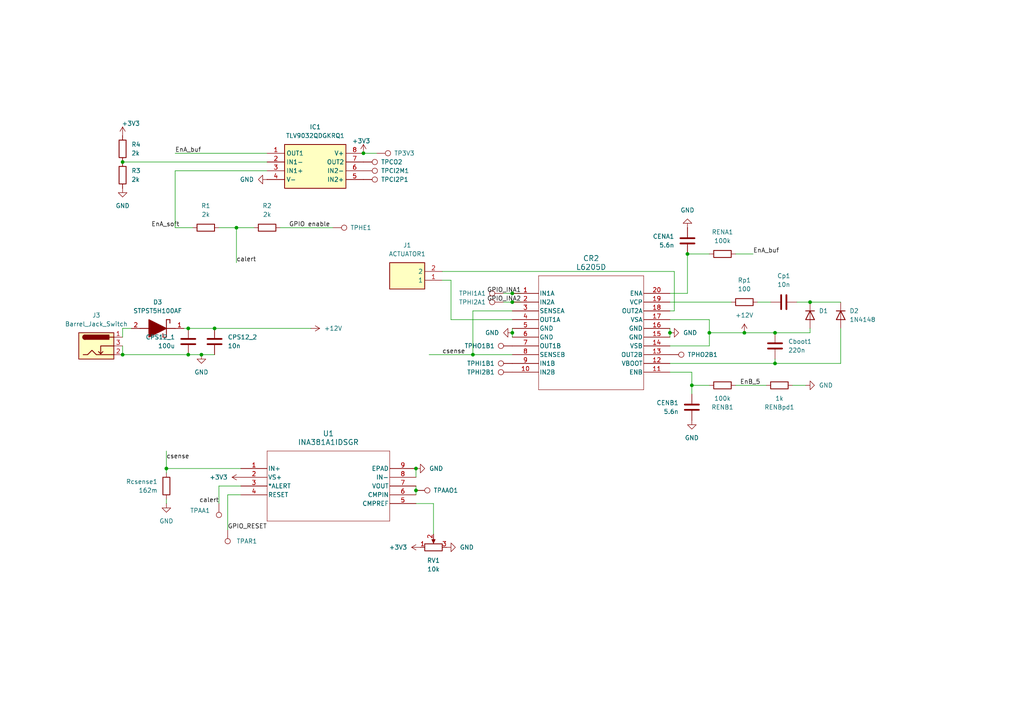
<source format=kicad_sch>
(kicad_sch (version 20231120) (generator "eeschema") (generator_version "8.0")
  (paper "A4")
  (lib_symbols
    (symbol "Connector:Barrel_Jack_Switch" (pin_names hide)
      (property "Reference" "J" (at 0 5.334 0))
      (property "Value" "Barrel_Jack_Switch" (at 0 -5.08 0))
      (symbol "Barrel_Jack_Switch_0_1"
        (rectangle (start -5.08 3.81) (end 5.08 -3.81) (stroke (width 0.254)) (fill (type background)))
        (arc (start -3.302 3.175) (mid -3.9343 2.54) (end -3.302 1.905) (stroke (width 0.254)))
        (arc (start -3.302 3.175) (mid -3.9343 2.54) (end -3.302 1.905) (stroke (width 0.254)) (fill (type outline)))
        (polyline (pts (xy 1.27 -2.286) (xy 1.905 -1.651)) (stroke (width 0.254)))
        (polyline (pts (xy 5.08 2.54) (xy 3.81 2.54)) (stroke (width 0.254)))
        (polyline (pts (xy 5.08 0) (xy 1.27 0) (xy 1.27 -2.286) (xy 0.635 -1.651)) (stroke (width 0.254)))
        (polyline (pts (xy -3.81 -2.54) (xy -2.54 -2.54) (xy -1.27 -1.27) (xy 0 -2.54) (xy 2.54 -2.54) (xy 5.08 -2.54)) (stroke (width 0.254)))
        (rectangle (start 3.683 3.175) (end -3.302 1.905) (stroke (width 0.254)) (fill (type outline)))
      )
      (symbol "Barrel_Jack_Switch_1_1"
        (pin passive line (at 7.62 2.54 180) (length 2.54) (name "~") (number "1"))
        (pin passive line (at 7.62 -2.54 180) (length 2.54) (name "~") (number "2"))
        (pin passive line (at 7.62 0 180) (length 2.54) (name "~") (number "3"))
      )
    )
    (symbol "Connector:TestPoint" (pin_numbers hide) (pin_names (offset 0.762) hide)
      (property "Reference" "TP" (at 0 6.858 0))
      (property "Value" "TestPoint" (at 0 5.08 0))
      (symbol "TestPoint_0_1"
        (circle (center 0 3.302) (radius 0.762))
      )
      (symbol "TestPoint_1_1"
        (pin passive line (at 0 0 90) (length 2.54) (name "1") (number "1"))
      )
    )
    (symbol "Device:C" (pin_numbers hide) (pin_names (offset 0.254))
      (property "Reference" "C" (at 0.635 2.54 0))
      (property "Value" "C" (at 0.635 -2.54 0))
      (symbol "C_0_1"
        (polyline (pts (xy -2.032 -0.762) (xy 2.032 -0.762)) (stroke (width 0.508)))
        (polyline (pts (xy -2.032 0.762) (xy 2.032 0.762)) (stroke (width 0.508)))
      )
      (symbol "C_1_1"
        (pin passive line (at 0 3.81 270) (length 2.794) (name "~") (number "1"))
        (pin passive line (at 0 -3.81 90) (length 2.794) (name "~") (number "2"))
      )
    )
    (symbol "Device:R" (pin_numbers hide) (pin_names (offset 0))
      (property "Reference" "R" (at 2.032 0 90))
      (property "Value" "R" (at 0 0 90))
      (symbol "R_0_1"
        (rectangle (start -1.016 -2.54) (end 1.016 2.54) (stroke (width 0.254)))
      )
      (symbol "R_1_1"
        (pin passive line (at 0 3.81 270) (length 1.27) (name "~") (number "1"))
        (pin passive line (at 0 -3.81 90) (length 1.27) (name "~") (number "2"))
      )
    )
    (symbol "Device:R_Potentiometer" (pin_names (offset 1.016) hide)
      (property "Reference" "RV" (at -4.445 0 90))
      (property "Value" "R_Potentiometer" (at -2.54 0 90))
      (symbol "R_Potentiometer_0_1"
        (polyline (pts (xy 2.54 0) (xy 1.524 0)))
        (polyline (pts (xy 1.143 0) (xy 2.286 0.508) (xy 2.286 -0.508) (xy 1.143 0)) (fill (type outline)))
        (rectangle (start 1.016 2.54) (end -1.016 -2.54) (stroke (width 0.254)))
      )
      (symbol "R_Potentiometer_1_1"
        (pin passive line (at 0 3.81 270) (length 1.27) (name "1") (number "1"))
        (pin passive line (at 3.81 0 180) (length 1.27) (name "2") (number "2"))
        (pin passive line (at 0 -3.81 90) (length 1.27) (name "3") (number "3"))
      )
    )
    (symbol "Diode:1N4148" (pin_numbers hide) (pin_names hide)
      (property "Reference" "D" (at 0 2.54 0))
      (property "Value" "1N4148" (at 0 -2.54 0))
      (symbol "1N4148_0_1"
        (polyline (pts (xy -1.27 1.27) (xy -1.27 -1.27)) (stroke (width 0.254)))
        (polyline (pts (xy 1.27 0) (xy -1.27 0)))
        (polyline (pts (xy 1.27 1.27) (xy 1.27 -1.27) (xy -1.27 0) (xy 1.27 1.27)) (stroke (width 0.254)))
      )
      (symbol "1N4148_1_1"
        (pin passive line (at -3.81 0 0) (length 2.54) (name "K") (number "1"))
        (pin passive line (at 3.81 0 180) (length 2.54) (name "A") (number "2"))
      )
    )
    (symbol "INA381A1IDSGR:INA381A1IDSGR" (pin_names (offset 0.254))
      (property "Reference" "U" (at 25.4 10.16 0))
      (property "Value" "INA381A1IDSGR" (at 25.4 7.62 0))
      (symbol "INA381A1IDSGR_1_1"
        (polyline (pts (xy 7.62 -15.24) (xy 43.18 -15.24)) (stroke (width 0.127)))
        (polyline (pts (xy 7.62 5.08) (xy 7.62 -15.24)) (stroke (width 0.127)))
        (polyline (pts (xy 43.18 -15.24) (xy 43.18 5.08)) (stroke (width 0.127)))
        (polyline (pts (xy 43.18 5.08) (xy 7.62 5.08)) (stroke (width 0.127)))
        (pin input line (at 0 0 0) (length 7.62) (name "IN+") (number "1"))
        (pin power_in line (at 0 -2.54 0) (length 7.62) (name "VS+") (number "2"))
        (pin output line (at 0 -5.08 0) (length 7.62) (name "*ALERT") (number "3"))
        (pin input line (at 0 -7.62 0) (length 7.62) (name "RESET") (number "4"))
        (pin input line (at 50.8 -10.16 180) (length 7.62) (name "CMPREF") (number "5"))
        (pin input line (at 50.8 -7.62 180) (length 7.62) (name "CMPIN") (number "6"))
        (pin output line (at 50.8 -5.08 180) (length 7.62) (name "VOUT") (number "7"))
        (pin input line (at 50.8 -2.54 180) (length 7.62) (name "IN-") (number "8"))
        (pin unspecified line (at 50.8 0 180) (length 7.62) (name "EPAD") (number "9"))
      )
    )
    (symbol "RE-H022TD-1190_LF__SN_:RE-H022TD-1190_LF__SN_"
      (property "Reference" "J" (at 16.51 7.62 0))
      (property "Value" "RE-H022TD-1190_LF__SN_" (at 16.51 5.08 0))
      (symbol "RE-H022TD-1190_LF__SN__1_1"
        (rectangle (start 5.08 2.54) (end 15.24 -5.08) (stroke (width 0.254)) (fill (type background)))
        (pin passive line (at 0 0 0) (length 5.08) (name "1") (number "1"))
        (pin passive line (at 0 -2.54 0) (length 5.08) (name "2") (number "2"))
      )
    )
    (symbol "STPST5H100AF:STPST5H100AF" (pin_names hide)
      (property "Reference" "D" (at 12.7 8.89 0))
      (property "Value" "STPST5H100AF" (at 12.7 6.35 0))
      (symbol "STPST5H100AF_1_1"
        (polyline (pts (xy 5.08 0) (xy 7.62 0)) (stroke (width 0.254)))
        (polyline (pts (xy 6.604 -1.524) (xy 6.604 -2.54)) (stroke (width 0.254)))
        (polyline (pts (xy 7.62 -2.54) (xy 6.604 -2.54)) (stroke (width 0.254)))
        (polyline (pts (xy 7.62 2.54) (xy 7.62 -2.54)) (stroke (width 0.254)))
        (polyline (pts (xy 7.62 2.54) (xy 8.636 2.54)) (stroke (width 0.254)))
        (polyline (pts (xy 8.636 1.524) (xy 8.636 2.54)) (stroke (width 0.254)))
        (polyline (pts (xy 12.7 0) (xy 15.24 0)) (stroke (width 0.254)))
        (polyline (pts (xy 7.62 0) (xy 12.7 2.54) (xy 12.7 -2.54) (xy 7.62 0)) (stroke (width 0.254)) (fill (type outline)))
        (pin passive line (at 2.54 0 0) (length 2.54) (name "K") (number "1"))
        (pin passive line (at 17.78 0 180) (length 2.54) (name "A") (number "2"))
      )
    )
    (symbol "ST_L6205D:L6205D" (pin_names (offset 0.254))
      (property "Reference" "CR" (at 22.86 10.16 0))
      (property "Value" "L6205D" (at 22.86 7.62 0))
      (symbol "L6205D_1_1"
        (polyline (pts (xy 7.62 -27.94) (xy 38.1 -27.94)) (stroke (width 0.127)))
        (polyline (pts (xy 7.62 5.08) (xy 7.62 -27.94)) (stroke (width 0.127)))
        (polyline (pts (xy 38.1 -27.94) (xy 38.1 5.08)) (stroke (width 0.127)))
        (polyline (pts (xy 38.1 5.08) (xy 7.62 5.08)) (stroke (width 0.127)))
        (pin input line (at 0 0 0) (length 7.62) (name "IN1A") (number "1"))
        (pin input line (at 0 -22.86 0) (length 7.62) (name "IN2B") (number "10"))
        (pin input line (at 45.72 -22.86 180) (length 7.62) (name "ENB") (number "11"))
        (pin power_in line (at 45.72 -20.32 180) (length 7.62) (name "VBOOT") (number "12"))
        (pin output line (at 45.72 -17.78 180) (length 7.62) (name "OUT2B") (number "13"))
        (pin power_in line (at 45.72 -15.24 180) (length 7.62) (name "VSB") (number "14"))
        (pin power_out line (at 45.72 -12.7 180) (length 7.62) (name "GND") (number "15"))
        (pin power_out line (at 45.72 -10.16 180) (length 7.62) (name "GND") (number "16"))
        (pin power_in line (at 45.72 -7.62 180) (length 7.62) (name "VSA") (number "17"))
        (pin output line (at 45.72 -5.08 180) (length 7.62) (name "OUT2A") (number "18"))
        (pin power_in line (at 45.72 -2.54 180) (length 7.62) (name "VCP") (number "19"))
        (pin input line (at 0 -2.54 0) (length 7.62) (name "IN2A") (number "2"))
        (pin input line (at 45.72 0 180) (length 7.62) (name "ENA") (number "20"))
        (pin power_in line (at 0 -5.08 0) (length 7.62) (name "SENSEA") (number "3"))
        (pin output line (at 0 -7.62 0) (length 7.62) (name "OUT1A") (number "4"))
        (pin power_out line (at 0 -10.16 0) (length 7.62) (name "GND") (number "5"))
        (pin power_out line (at 0 -12.7 0) (length 7.62) (name "GND") (number "6"))
        (pin output line (at 0 -15.24 0) (length 7.62) (name "OUT1B") (number "7"))
        (pin input line (at 0 -17.78 0) (length 7.62) (name "SENSEB") (number "8"))
        (pin input line (at 0 -20.32 0) (length 7.62) (name "IN1B") (number "9"))
      )
    )
    (symbol "TLV9032QDGKRQ1:TLV9032QDGKRQ1"
      (property "Reference" "IC" (at 24.13 7.62 0))
      (property "Value" "TLV9032QDGKRQ1" (at 24.13 5.08 0))
      (symbol "TLV9032QDGKRQ1_1_1"
        (rectangle (start 5.08 2.54) (end 22.86 -10.16) (stroke (width 0.254)) (fill (type background)))
        (pin passive line (at 0 0 0) (length 5.08) (name "OUT1") (number "1"))
        (pin passive line (at 0 -2.54 0) (length 5.08) (name "IN1-") (number "2"))
        (pin passive line (at 0 -5.08 0) (length 5.08) (name "IN1+") (number "3"))
        (pin passive line (at 0 -7.62 0) (length 5.08) (name "V-") (number "4"))
        (pin passive line (at 27.94 -7.62 180) (length 5.08) (name "IN2+") (number "5"))
        (pin passive line (at 27.94 -5.08 180) (length 5.08) (name "IN2-") (number "6"))
        (pin passive line (at 27.94 -2.54 180) (length 5.08) (name "OUT2") (number "7"))
        (pin passive line (at 27.94 0 180) (length 5.08) (name "V+") (number "8"))
      )
    )
    (symbol "power:+12V" (power) (pin_numbers hide) (pin_names (offset 0) hide)
      (property "Value" "+12V" (at 0 3.556 0))
      (symbol "+12V_0_1"
        (polyline (pts (xy -0.762 1.27) (xy 0 2.54)))
        (polyline (pts (xy 0 0) (xy 0 2.54)))
        (polyline (pts (xy 0 2.54) (xy 0.762 1.27)))
      )
      (symbol "+12V_1_1"
        (pin power_in line (at 0 0 90) (length 0) (name "~") (number "1"))
      )
    )
    (symbol "power:+3V3" (power) (pin_numbers hide) (pin_names (offset 0) hide)
      (property "Value" "+3V3" (at 0 3.556 0))
      (symbol "+3V3_0_1"
        (polyline (pts (xy -0.762 1.27) (xy 0 2.54)))
        (polyline (pts (xy 0 0) (xy 0 2.54)))
        (polyline (pts (xy 0 2.54) (xy 0.762 1.27)))
      )
      (symbol "+3V3_1_1"
        (pin power_in line (at 0 0 90) (length 0) (name "~") (number "1"))
      )
    )
    (symbol "power:GND" (power) (pin_numbers hide) (pin_names (offset 0) hide)
      (property "Value" "GND" (at 0 -3.81 0))
      (symbol "GND_0_1"
        (polyline (pts (xy 0 0) (xy 0 -1.27) (xy 1.27 -1.27) (xy 0 -2.54) (xy -1.27 -1.27) (xy 0 -1.27)))
      )
      (symbol "GND_1_1"
        (pin power_in line (at 0 0 270) (length 0) (name "~") (number "1"))
      )
    )
  )
  (junction (at 137.16 102.87))
  (junction (at 200.66 111.76))
  (junction (at 148.59 85.09))
  (junction (at 48.26 135.89))
  (junction (at 224.79 105.41))
  (junction (at 120.65 142.24))
  (junction (at 54.61 102.87))
  (junction (at 205.74 96.52))
  (junction (at 120.65 135.89))
  (junction (at 35.56 46.99))
  (junction (at 199.39 73.66))
  (junction (at 62.23 95.25))
  (junction (at 215.9 96.52))
  (junction (at 68.58 66.04))
  (junction (at 148.59 96.52))
  (junction (at 58.42 102.87))
  (junction (at 54.61 95.25))
  (junction (at 105.41 44.45))
  (junction (at 148.59 87.63))
  (junction (at 35.56 102.87))
  (junction (at 224.79 96.52))
  (junction (at 194.31 96.52))
  (junction (at 234.95 87.63))
  (wire (pts (xy 199.39 85.09) (xy 199.39 73.66)))
  (wire (pts (xy 151.13 85.09) (xy 148.59 85.09)))
  (wire (pts (xy 200.66 107.95) (xy 200.66 111.76)))
  (wire (pts (xy 199.39 73.66) (xy 205.74 73.66)))
  (wire (pts (xy 124.46 102.87) (xy 137.16 102.87)))
  (wire (pts (xy 130.81 92.71) (xy 130.81 81.28)))
  (wire (pts (xy 68.58 66.04) (xy 73.66 66.04)))
  (wire (pts (xy 148.59 102.87) (xy 137.16 102.87)))
  (wire (pts (xy 224.79 96.52) (xy 234.95 96.52)))
  (wire (pts (xy 120.65 140.97) (xy 120.65 142.24)))
  (wire (pts (xy 35.56 46.99) (xy 77.47 46.99)))
  (wire (pts (xy 224.79 105.41) (xy 224.79 104.14)))
  (wire (pts (xy 213.36 73.66) (xy 218.44 73.66)))
  (wire (pts (xy 68.58 66.04) (xy 68.58 76.2)))
  (wire (pts (xy 195.58 90.17) (xy 194.31 90.17)))
  (wire (pts (xy 120.65 146.05) (xy 125.73 146.05)))
  (wire (pts (xy 50.8 66.04) (xy 55.88 66.04)))
  (wire (pts (xy 194.31 107.95) (xy 200.66 107.95)))
  (wire (pts (xy 130.81 81.28) (xy 128.27 81.28)))
  (wire (pts (xy 213.36 111.76) (xy 222.25 111.76)))
  (wire (pts (xy 194.31 85.09) (xy 199.39 85.09)))
  (wire (pts (xy 215.9 96.52) (xy 224.79 96.52)))
  (wire (pts (xy 243.84 95.25) (xy 243.84 105.41)))
  (wire (pts (xy 120.65 142.24) (xy 120.65 143.51)))
  (wire (pts (xy 48.26 135.89) (xy 69.85 135.89)))
  (wire (pts (xy 35.56 102.87) (xy 54.61 102.87)))
  (wire (pts (xy 195.58 78.74) (xy 195.58 90.17)))
  (wire (pts (xy 58.42 102.87) (xy 62.23 102.87)))
  (wire (pts (xy 128.27 78.74) (xy 195.58 78.74)))
  (wire (pts (xy 148.59 87.63) (xy 146.05 87.63)))
  (wire (pts (xy 54.61 95.25) (xy 62.23 95.25)))
  (wire (pts (xy 148.59 95.25) (xy 148.59 96.52)))
  (wire (pts (xy 200.66 114.3) (xy 200.66 111.76)))
  (wire (pts (xy 105.41 44.45) (xy 109.22 44.45)))
  (wire (pts (xy 120.65 135.89) (xy 120.65 138.43)))
  (wire (pts (xy 229.87 111.76) (xy 233.68 111.76)))
  (wire (pts (xy 63.5 66.04) (xy 68.58 66.04)))
  (wire (pts (xy 81.28 66.04) (xy 96.52 66.04)))
  (wire (pts (xy 35.56 95.25) (xy 38.1 95.25)))
  (wire (pts (xy 219.71 87.63) (xy 223.52 87.63)))
  (wire (pts (xy 130.81 92.71) (xy 148.59 92.71)))
  (wire (pts (xy 205.74 96.52) (xy 215.9 96.52)))
  (wire (pts (xy 48.26 135.89) (xy 48.26 137.16)))
  (wire (pts (xy 200.66 111.76) (xy 205.74 111.76)))
  (wire (pts (xy 194.31 95.25) (xy 194.31 96.52)))
  (wire (pts (xy 205.74 96.52) (xy 205.74 100.33)))
  (wire (pts (xy 62.23 95.25) (xy 90.17 95.25)))
  (wire (pts (xy 224.79 105.41) (xy 243.84 105.41)))
  (wire (pts (xy 148.59 96.52) (xy 148.59 97.79)))
  (wire (pts (xy 66.04 143.51) (xy 69.85 143.51)))
  (wire (pts (xy 151.13 87.63) (xy 148.59 87.63)))
  (wire (pts (xy 125.73 146.05) (xy 125.73 154.94)))
  (wire (pts (xy 205.74 92.71) (xy 205.74 96.52)))
  (wire (pts (xy 35.56 100.33) (xy 35.56 102.87)))
  (wire (pts (xy 35.56 97.79) (xy 35.56 95.25)))
  (wire (pts (xy 234.95 87.63) (xy 243.84 87.63)))
  (wire (pts (xy 234.95 95.25) (xy 234.95 96.52)))
  (wire (pts (xy 137.16 90.17) (xy 137.16 102.87)))
  (wire (pts (xy 53.34 95.25) (xy 54.61 95.25)))
  (wire (pts (xy 50.8 44.45) (xy 77.47 44.45)))
  (wire (pts (xy 194.31 100.33) (xy 205.74 100.33)))
  (wire (pts (xy 194.31 87.63) (xy 212.09 87.63)))
  (wire (pts (xy 69.85 140.97) (xy 63.5 140.97)))
  (wire (pts (xy 66.04 143.51) (xy 66.04 153.67)))
  (wire (pts (xy 63.5 140.97) (xy 63.5 146.05)))
  (wire (pts (xy 194.31 105.41) (xy 224.79 105.41)))
  (wire (pts (xy 50.8 66.04) (xy 50.8 49.53)))
  (wire (pts (xy 48.26 146.05) (xy 48.26 144.78)))
  (wire (pts (xy 231.14 87.63) (xy 234.95 87.63)))
  (wire (pts (xy 137.16 90.17) (xy 148.59 90.17)))
  (wire (pts (xy 50.8 49.53) (xy 77.47 49.53)))
  (wire (pts (xy 54.61 102.87) (xy 58.42 102.87)))
  (wire (pts (xy 48.26 130.81) (xy 48.26 135.89)))
  (wire (pts (xy 194.31 96.52) (xy 194.31 97.79)))
  (wire (pts (xy 148.59 85.09) (xy 146.05 85.09)))
  (wire (pts (xy 194.31 92.71) (xy 205.74 92.71)))
  (label "GPIO_INA2" (at 151.13 87.63 180))
  (label "csense" (at 128.27 102.87 0))
  (label "calert" (at 68.58 76.2 0))
  (label "GPIO_INA1" (at 151.13 85.09 180))
  (label "calert" (at 63.5 146.05 180))
  (label "EnA_buf" (at 50.8 44.45 0))
  (label "EnB_5" (at 214.63 111.76 0))
  (label "EnA_soft" (at 52.07 66.04 180))
  (label "GPIO enable" (at 83.82 66.04 0))
  (label "csense" (at 48.26 133.35 0))
  (label "GPIO_RESET" (at 66.04 153.67 0))
  (label "EnA_buf" (at 218.44 73.66 0))
  (symbol (lib_id "RE-H022TD-1190_LF__SN_:RE-H022TD-1190_LF__SN_") (at 128.27 81.28 180) (unit 1)
    (property "Reference" "J1" (at 118.11 71.12 0))
    (property "Value" "ACTUATOR1" (at 118.11 73.66 0))
    (property "Footprint" "RE-H022TD-1190_LF__SN_:REH022TD1190LFSN" (effects (hide yes)))
    (property "Datasheet" "http://www.jst.fr/core/file.get?path=doc/jst/family/pdf/eRE.pdf" (effects (hide yes)))
    (property "Description" "Wire-to-board connector, 2 position" (effects (hide yes)))
    (property "Height" "8.54" (effects (hide yes)))
    (property "Arrow Part Number" "RE-H022TD-1190(LF)(SN)" (effects (hide yes)))
    (property "Manufacturer_Name" "JST (JAPAN SOLDERLESS TERMINALS)" (effects (hide yes)))
    (property "Manufacturer_Part_Number" "RE-H022TD-1190(LF)(SN)" (effects (hide yes)))
  )
  (symbol (lib_id "power:GND") (at 129.54 158.75 90) (unit 1)
    (property "Reference" "#PWR014" (effects (hide yes)))
    (property "Value" "GND" (at 133.35 158.7499 90) (effects (justify right)))
    (property "Description" "Power symbol creates a global label with name \"GND\" , ground" (effects (hide yes)))
  )
  (symbol (lib_id "power:GND") (at 199.39 66.04 0) (mirror x) (unit 1)
    (property "Reference" "#PWR02" (effects (hide yes)))
    (property "Value" "GND" (at 199.39 60.96 0))
    (property "Description" "Power symbol creates a global label with name \"GND\" , ground" (effects (hide yes)))
  )
  (symbol (lib_id "Connector:TestPoint") (at 148.59 100.33 90) (unit 1)
    (property "Reference" "TPHO1B1" (at 143.51 100.33 90) (effects (justify left)))
    (property "Value" "TestPoint" (effects (hide yes)))
    (property "Footprint" "TestPoint:TestPoint_Pad_D2.0mm" (effects (hide yes)))
    (property "Description" "test point" (effects (hide yes)))
  )
  (symbol (lib_id "power:+3V3") (at 35.56 39.37 0) (unit 1)
    (property "Reference" "#PWR012" (effects (hide yes)))
    (property "Value" "+3V3" (at 35.306 35.814 0) (effects (justify left)))
    (property "Description" "Power symbol creates a global label with name \"+3V3\"" (effects (hide yes)))
  )
  (symbol (lib_id "TLV9032QDGKRQ1:TLV9032QDGKRQ1") (at 77.47 44.45 0) (unit 1)
    (property "Reference" "IC1" (at 91.44 36.83 0))
    (property "Value" "TLV9032QDGKRQ1" (at 91.44 39.37 0))
    (property "Footprint" "SOP65P490X110-8N" (effects (hide yes)))
    (property "Datasheet" "https://www.arrow.com/en/products/tlv9032qdgkrq1/texas-instruments?region=nac" (effects (hide yes)))
    (property "Description" "Analog Comparators Automotive, 1.65-V to 5.5-V, precision dual push-pull comparator" (effects (hide yes)))
    (property "Height" "1.1" (effects (hide yes)))
    (property "Mouser Part Number" "595-TLV9032QDGKRQ1" (effects (hide yes)))
    (property "Mouser Price/Stock" "https://www.mouser.co.uk/ProductDetail/Texas-Instruments/TLV9032QDGKRQ1?qs=Li%252BoUPsLEnv405jiJAavyg%3D%3D" (effects (hide yes)))
    (property "Manufacturer_Name" "Texas Instruments" (effects (hide yes)))
    (property "Manufacturer_Part_Number" "TLV9032QDGKRQ1" (effects (hide yes)))
  )
  (symbol (lib_id "Device:C") (at 227.33 87.63 90) (unit 1)
    (property "Reference" "Cp1" (at 227.33 80.01 90))
    (property "Value" "10n" (at 227.33 82.55 90))
    (property "Footprint" "Capacitor_SMD:C_0603_1608Metric_Pad1.08x0.95mm_HandSolder" (effects (hide yes)))
    (property "Description" "Unpolarized capacitor" (effects (hide yes)))
  )
  (symbol (lib_id "Diode:1N4148") (at 243.84 91.44 270) (unit 1)
    (property "Reference" "D2" (at 246.38 90.1699 90) (effects (justify left)))
    (property "Value" "1N4148" (at 246.38 92.7099 90) (effects (justify left)))
    (property "Footprint" "Diode_THT:D_DO-35_SOD27_P7.62mm_Horizontal" (effects (hide yes)))
    (property "Datasheet" "https://assets.nexperia.com/documents/data-sheet/1N4148_1N4448.pdf" (effects (hide yes)))
    (property "Description" "100V 0.15A standard switching diode, DO-35" (effects (hide yes)))
    (property "Sim.Device" "D" (effects (hide yes)))
    (property "Sim.Pins" "1=K 2=A" (effects (hide yes)))
  )
  (symbol (lib_id "Device:R") (at 35.56 50.8 180) (unit 1)
    (property "Reference" "R3" (at 38.1 49.5299 0) (effects (justify right)))
    (property "Value" "2k" (at 38.1 52.0699 0) (effects (justify right)))
    (property "Footprint" "Resistor_THT:R_Axial_DIN0207_L6.3mm_D2.5mm_P7.62mm_Horizontal" (effects (hide yes)))
    (property "Description" "Resistor" (effects (hide yes)))
  )
  (symbol (lib_id "Connector:Barrel_Jack_Switch") (at 27.94 100.33 0) (unit 1)
    (property "Reference" "J3" (at 27.94 91.44 0))
    (property "Value" "Barrel_Jack_Switch" (at 27.94 93.98 0))
    (property "Footprint" "PJ-079BH:CUI_PJ-079BH" (effects (hide yes)))
    (property "Description" "DC Barrel Jack with an internal switch" (effects (hide yes)))
  )
  (symbol (lib_id "power:GND") (at 58.42 102.87 0) (unit 1)
    (property "Reference" "#PWR016" (effects (hide yes)))
    (property "Value" "GND" (at 58.42 107.95 0))
    (property "Description" "Power symbol creates a global label with name \"GND\" , ground" (effects (hide yes)))
  )
  (symbol (lib_id "Device:R") (at 59.69 66.04 90) (unit 1)
    (property "Reference" "R1" (at 59.69 59.69 90))
    (property "Value" "2k" (at 59.69 62.23 90))
    (property "Footprint" "Resistor_THT:R_Axial_DIN0207_L6.3mm_D2.5mm_P7.62mm_Horizontal" (effects (hide yes)))
    (property "Description" "Resistor" (effects (hide yes)))
  )
  (symbol (lib_id "power:+12V") (at 215.9 96.52 0) (unit 1)
    (property "Reference" "#PWR04" (effects (hide yes)))
    (property "Value" "+12V" (at 215.9 91.44 0))
    (property "Description" "Power symbol creates a global label with name \"+12V\"" (effects (hide yes)))
  )
  (symbol (lib_id "power:GND") (at 148.59 96.52 270) (unit 1)
    (property "Reference" "#PWR06" (effects (hide yes)))
    (property "Value" "GND" (at 144.78 96.5199 90) (effects (justify right)))
    (property "Description" "Power symbol creates a global label with name \"GND\" , ground" (effects (hide yes)))
  )
  (symbol (lib_id "power:GND") (at 194.31 96.52 90) (unit 1)
    (property "Reference" "#PWR07" (effects (hide yes)))
    (property "Value" "GND" (at 198.12 96.5199 90) (effects (justify right)))
    (property "Description" "Power symbol creates a global label with name \"GND\" , ground" (effects (hide yes)))
  )
  (symbol (lib_id "Device:R") (at 209.55 111.76 90) (mirror x) (unit 1)
    (property "Reference" "RENB1" (at 209.55 118.11 90))
    (property "Value" "100k" (at 209.55 115.57 90))
    (property "Footprint" "Resistor_SMD:R_1206_3216Metric_Pad1.30x1.75mm_HandSolder" (effects (hide yes)))
    (property "Description" "Resistor" (effects (hide yes)))
  )
  (symbol (lib_id "Connector:TestPoint") (at 63.5 146.05 0) (mirror x) (unit 1)
    (property "Reference" "TPAA1" (at 60.96 148.0819 0) (effects (justify right)))
    (property "Value" "TestPoint" (effects (hide yes)))
    (property "Footprint" "TestPoint:TestPoint_Pad_D2.0mm" (effects (hide yes)))
    (property "Description" "test point" (effects (hide yes)))
  )
  (symbol (lib_id "Device:C") (at 62.23 99.06 0) (unit 1)
    (property "Reference" "CPS12_2" (at 66.04 97.7899 0) (effects (justify left)))
    (property "Value" "10n" (at 66.04 100.3299 0) (effects (justify left)))
    (property "Footprint" "Capacitor_SMD:C_1206_3216Metric_Pad1.33x1.80mm_HandSolder" (effects (hide yes)))
    (property "Description" "Unpolarized capacitor" (effects (hide yes)))
  )
  (symbol (lib_id "Connector:TestPoint") (at 146.05 87.63 90) (mirror x) (unit 1)
    (property "Reference" "TPHI2A1" (at 140.97 87.63 90) (effects (justify left)))
    (property "Value" "TestPoint" (effects (hide yes)))
    (property "Footprint" "TestPoint:TestPoint_Pad_D2.0mm" (effects (hide yes)))
    (property "Description" "test point" (effects (hide yes)))
  )
  (symbol (lib_id "power:GND") (at 77.47 52.07 270) (unit 1)
    (property "Reference" "#PWR018" (effects (hide yes)))
    (property "Value" "GND" (at 73.66 52.0699 90) (effects (justify right)))
    (property "Description" "Power symbol creates a global label with name \"GND\" , ground" (effects (hide yes)))
  )
  (symbol (lib_id "Device:C") (at 54.61 99.06 0) (mirror y) (unit 1)
    (property "Reference" "CPS12_1" (at 50.8 97.7899 0) (effects (justify left)))
    (property "Value" "100u" (at 50.8 100.3299 0) (effects (justify left)))
    (property "Footprint" "Capacitor_SMD:CP_Elec_8x10" (effects (hide yes)))
    (property "Description" "Unpolarized capacitor" (effects (hide yes)))
  )
  (symbol (lib_id "power:+3V3") (at 121.92 158.75 90) (unit 1)
    (property "Reference" "#PWR015" (effects (hide yes)))
    (property "Value" "+3V3" (at 118.11 158.7499 90) (effects (justify left)))
    (property "Description" "Power symbol creates a global label with name \"+3V3\"" (effects (hide yes)))
  )
  (symbol (lib_id "power:+3V3") (at 105.41 44.45 0) (unit 1)
    (property "Reference" "#PWR03" (effects (hide yes)))
    (property "Value" "+3V3" (at 102.108 40.894 0) (effects (justify left)))
    (property "Description" "Power symbol creates a global label with name \"+3V3\"" (effects (hide yes)))
  )
  (symbol (lib_id "Device:R") (at 215.9 87.63 270) (unit 1)
    (property "Reference" "Rp1" (at 215.9 81.28 90))
    (property "Value" "100" (at 215.9 83.82 90))
    (property "Footprint" "Resistor_SMD:R_2010_5025Metric_Pad1.40x2.65mm_HandSolder" (effects (hide yes)))
    (property "Description" "Resistor" (effects (hide yes)))
  )
  (symbol (lib_id "Device:R") (at 48.26 140.97 0) (mirror y) (unit 1)
    (property "Reference" "Rcsense1" (at 45.72 139.6999 0) (effects (justify left)))
    (property "Value" "162m" (at 45.72 142.2399 0) (effects (justify left)))
    (property "Footprint" "Resistor_SMD:R_1210_3225Metric_Pad1.30x2.65mm_HandSolder" (effects (hide yes)))
    (property "Description" "Resistor" (effects (hide yes)))
  )
  (symbol (lib_id "Connector:TestPoint") (at 66.04 153.67 180) (unit 1)
    (property "Reference" "TPAR1" (at 68.58 156.9719 0) (effects (justify right)))
    (property "Value" "TestPoint" (effects (hide yes)))
    (property "Footprint" "TestPoint:TestPoint_Pad_D2.0mm" (effects (hide yes)))
    (property "Description" "test point" (effects (hide yes)))
  )
  (symbol (lib_id "power:+12V") (at 90.17 95.25 270) (unit 1)
    (property "Reference" "#PWR01" (effects (hide yes)))
    (property "Value" "+12V" (at 93.98 95.2499 90) (effects (justify left)))
    (property "Description" "Power symbol creates a global label with name \"+12V\"" (effects (hide yes)))
  )
  (symbol (lib_id "STPST5H100AF:STPST5H100AF") (at 55.88 95.25 180) (unit 1)
    (property "Reference" "D3" (at 45.72 87.63 0))
    (property "Value" "STPST5H100AF" (at 45.72 90.17 0))
    (property "Footprint" "STPST5H100AF:SODFL4724X103N" (effects (hide yes)))
    (property "Datasheet" "https://www.st.com/resource/en/datasheet/stpst5h100.pdf" (effects (hide yes)))
    (property "Description" "100 V, 5 A Power Schottky Trench Rectifier" (effects (hide yes)))
    (property "Height" "1.03" (effects (hide yes)))
    (property "Manufacturer_Name" "STMicroelectronics" (effects (hide yes)))
    (property "Manufacturer_Part_Number" "STPST5H100AF" (effects (hide yes)))
  )
  (symbol (lib_id "Connector:TestPoint") (at 146.05 85.09 90) (unit 1)
    (property "Reference" "TPHI1A1" (at 140.97 85.09 90) (effects (justify left)))
    (property "Value" "TestPoint" (effects (hide yes)))
    (property "Footprint" "TestPoint:TestPoint_Pad_D2.0mm" (effects (hide yes)))
    (property "Description" "test point" (effects (hide yes)))
  )
  (symbol (lib_id "Connector:TestPoint") (at 194.31 102.87 270) (unit 1)
    (property "Reference" "TPHO2B1" (at 199.39 102.87 90) (effects (justify left)))
    (property "Value" "TestPoint" (effects (hide yes)))
    (property "Footprint" "TestPoint:TestPoint_Pad_D2.0mm" (effects (hide yes)))
    (property "Description" "test point" (effects (hide yes)))
  )
  (symbol (lib_id "Connector:TestPoint") (at 105.41 52.07 270) (unit 1)
    (property "Reference" "TPCI2P1" (at 110.49 52.07 90) (effects (justify left)))
    (property "Value" "TestPoint" (effects (hide yes)))
    (property "Footprint" "TestPoint:TestPoint_Pad_D2.0mm" (effects (hide yes)))
    (property "Description" "test point" (effects (hide yes)))
  )
  (symbol (lib_id "power:GND") (at 200.66 121.92 0) (unit 1)
    (property "Reference" "#PWR08" (effects (hide yes)))
    (property "Value" "GND" (at 200.66 127 0))
    (property "Description" "Power symbol creates a global label with name \"GND\" , ground" (effects (hide yes)))
  )
  (symbol (lib_id "Connector:TestPoint") (at 96.52 66.04 270) (unit 1)
    (property "Reference" "TPHE1" (at 101.6 66.04 90) (effects (justify left)))
    (property "Value" "TestPoint" (effects (hide yes)))
    (property "Footprint" "TestPoint:TestPoint_Pad_D2.0mm" (effects (hide yes)))
    (property "Description" "test point" (effects (hide yes)))
  )
  (symbol (lib_id "Connector:TestPoint") (at 109.22 44.45 270) (unit 1)
    (property "Reference" "TP3V3" (at 114.3 44.45 90) (effects (justify left)))
    (property "Value" "TestPoint" (effects (hide yes)))
    (property "Footprint" "TestPoint:TestPoint_Pad_D2.0mm" (effects (hide yes)))
    (property "Description" "test point" (effects (hide yes)))
  )
  (symbol (lib_id "Device:R") (at 226.06 111.76 90) (mirror x) (unit 1)
    (property "Reference" "RENBpd1" (at 226.06 118.11 90))
    (property "Value" "1k" (at 226.06 115.57 90))
    (property "Footprint" "Resistor_THT:R_Axial_DIN0207_L6.3mm_D2.5mm_P7.62mm_Horizontal" (effects (hide yes)))
    (property "Description" "Resistor" (effects (hide yes)))
  )
  (symbol (lib_id "power:GND") (at 233.68 111.76 90) (unit 1)
    (property "Reference" "#PWR09" (effects (hide yes)))
    (property "Value" "GND" (at 237.49 111.7599 90) (effects (justify right)))
    (property "Description" "Power symbol creates a global label with name \"GND\" , ground" (effects (hide yes)))
  )
  (symbol (lib_id "power:+3V3") (at 69.85 138.43 90) (unit 1)
    (property "Reference" "#PWR013" (effects (hide yes)))
    (property "Value" "+3V3" (at 66.04 138.4299 90) (effects (justify left)))
    (property "Description" "Power symbol creates a global label with name \"+3V3\"" (effects (hide yes)))
  )
  (symbol (lib_id "Connector:TestPoint") (at 105.41 49.53 270) (unit 1)
    (property "Reference" "TPCI2M1" (at 110.49 49.53 90) (effects (justify left)))
    (property "Value" "TestPoint" (effects (hide yes)))
    (property "Footprint" "TestPoint:TestPoint_Pad_D2.0mm" (effects (hide yes)))
    (property "Description" "test point" (effects (hide yes)))
  )
  (symbol (lib_id "ST_L6205D:L6205D") (at 148.59 85.09 0) (unit 1)
    (property "Reference" "CR2" (at 171.45 74.93 0) (effects (font (size 1.524 1.524))))
    (property "Value" "L6205D" (at 171.45 77.47 0) (effects (font (size 1.524 1.524))))
    (property "Footprint" "L6205D:SO-20_STM" (effects (hide yes)))
    (property "Datasheet" "L6205D" (effects (hide yes)))
  )
  (symbol (lib_id "Device:C") (at 224.79 100.33 0) (unit 1)
    (property "Reference" "Cboot1" (at 228.6 99.0599 0) (effects (justify left)))
    (property "Value" "220n" (at 228.6 101.5999 0) (effects (justify left)))
    (property "Footprint" "Capacitor_SMD:C_0805_2012Metric_Pad1.18x1.45mm_HandSolder" (effects (hide yes)))
    (property "Description" "Unpolarized capacitor" (effects (hide yes)))
  )
  (symbol (lib_id "Diode:1N4148") (at 234.95 91.44 270) (unit 1)
    (property "Reference" "D1" (at 237.49 90.1699 90) (effects (justify left)))
    (property "Value" "1N4148" (effects (hide yes)))
    (property "Footprint" "Diode_THT:D_DO-35_SOD27_P7.62mm_Horizontal" (effects (hide yes)))
    (property "Datasheet" "https://assets.nexperia.com/documents/data-sheet/1N4148_1N4448.pdf" (effects (hide yes)))
    (property "Description" "100V 0.15A standard switching diode, DO-35" (effects (hide yes)))
    (property "Sim.Device" "D" (effects (hide yes)))
    (property "Sim.Pins" "1=K 2=A" (effects (hide yes)))
  )
  (symbol (lib_id "power:GND") (at 35.56 54.61 0) (unit 1)
    (property "Reference" "#PWR05" (effects (hide yes)))
    (property "Value" "GND" (at 35.56 59.69 0))
    (property "Description" "Power symbol creates a global label with name \"GND\" , ground" (effects (hide yes)))
  )
  (symbol (lib_id "Device:R") (at 209.55 73.66 90) (unit 1)
    (property "Reference" "RENA1" (at 209.55 67.31 90))
    (property "Value" "100k" (at 209.55 69.85 90))
    (property "Footprint" "Resistor_SMD:R_1206_3216Metric_Pad1.30x1.75mm_HandSolder" (effects (hide yes)))
    (property "Description" "Resistor" (effects (hide yes)))
  )
  (symbol (lib_id "Connector:TestPoint") (at 120.65 142.24 270) (unit 1)
    (property "Reference" "TPAAO1" (at 125.73 142.2399 90) (effects (justify left)))
    (property "Value" "TestPoint" (effects (hide yes)))
    (property "Footprint" "TestPoint:TestPoint_Pad_D2.0mm" (effects (hide yes)))
    (property "Description" "test point" (effects (hide yes)))
  )
  (symbol (lib_id "Connector:TestPoint") (at 148.59 105.41 90) (unit 1)
    (property "Reference" "TPHI1B1" (at 143.51 105.41 90) (effects (justify left)))
    (property "Value" "TestPoint" (effects (hide yes)))
    (property "Footprint" "TestPoint:TestPoint_Pad_D2.0mm" (effects (hide yes)))
    (property "Description" "test point" (effects (hide yes)))
  )
  (symbol (lib_id "Device:R_Potentiometer") (at 125.73 158.75 90) (unit 1)
    (property "Reference" "RV1" (at 125.73 162.56 90))
    (property "Value" "10k" (at 125.73 165.1 90))
    (property "Footprint" "CTSpotentiometer:CTSpot" (effects (hide yes)))
    (property "Description" "Potentiometer" (effects (hide yes)))
  )
  (symbol (lib_id "Device:R") (at 35.56 43.18 180) (unit 1)
    (property "Reference" "R4" (at 38.1 41.9099 0) (effects (justify right)))
    (property "Value" "2k" (at 38.1 44.4499 0) (effects (justify right)))
    (property "Footprint" "Resistor_THT:R_Axial_DIN0207_L6.3mm_D2.5mm_P7.62mm_Horizontal" (effects (hide yes)))
    (property "Description" "Resistor" (effects (hide yes)))
  )
  (symbol (lib_id "Device:C") (at 199.39 69.85 0) (mirror y) (unit 1)
    (property "Reference" "CENA1" (at 195.58 68.5799 0) (effects (justify left)))
    (property "Value" "5.6n" (at 195.58 71.1199 0) (effects (justify left)))
    (property "Footprint" "Capacitor_SMD:C_1206_3216Metric_Pad1.33x1.80mm_HandSolder" (effects (hide yes)))
    (property "Description" "Unpolarized capacitor" (effects (hide yes)))
  )
  (symbol (lib_id "Connector:TestPoint") (at 148.59 107.95 90) (unit 1)
    (property "Reference" "TPHI2B1" (at 143.51 107.95 90) (effects (justify left)))
    (property "Value" "TestPoint" (effects (hide yes)))
    (property "Footprint" "TestPoint:TestPoint_Pad_D2.0mm" (effects (hide yes)))
    (property "Description" "test point" (effects (hide yes)))
  )
  (symbol (lib_id "Connector:TestPoint") (at 105.41 46.99 270) (unit 1)
    (property "Reference" "TPCO2" (at 110.49 46.99 90) (effects (justify left)))
    (property "Value" "TestPoint" (effects (hide yes)))
    (property "Footprint" "TestPoint:TestPoint_Pad_D2.0mm" (effects (hide yes)))
    (property "Description" "test point" (effects (hide yes)))
  )
  (symbol (lib_id "INA381A1IDSGR:INA381A1IDSGR") (at 69.85 135.89 0) (unit 1)
    (property "Reference" "U1" (at 95.25 125.73 0) (effects (font (size 1.524 1.524))))
    (property "Value" "INA381A1IDSGR" (at 95.25 128.27 0) (effects (font (size 1.524 1.524))))
    (property "Footprint" "INA381A1IDSGR:DSG_8_TEX" (effects (hide yes)))
    (property "Datasheet" "INA381A1IDSGR" (effects (hide yes)))
  )
  (symbol (lib_id "power:GND") (at 48.26 146.05 0) (unit 1)
    (property "Reference" "#PWR010" (effects (hide yes)))
    (property "Value" "GND" (at 48.26 151.13 0))
    (property "Description" "Power symbol creates a global label with name \"GND\" , ground" (effects (hide yes)))
  )
  (symbol (lib_id "power:GND") (at 120.65 135.89 90) (unit 1)
    (property "Reference" "#PWR011" (effects (hide yes)))
    (property "Value" "GND" (at 124.46 135.8899 90) (effects (justify right)))
    (property "Description" "Power symbol creates a global label with name \"GND\" , ground" (effects (hide yes)))
  )
  (symbol (lib_id "Device:C") (at 200.66 118.11 0) (mirror y) (unit 1)
    (property "Reference" "CENB1" (at 196.85 116.8399 0) (effects (justify left)))
    (property "Value" "5.6n" (at 196.85 119.3799 0) (effects (justify left)))
    (property "Footprint" "Capacitor_SMD:C_1206_3216Metric_Pad1.33x1.80mm_HandSolder" (effects (hide yes)))
    (property "Description" "Unpolarized capacitor" (effects (hide yes)))
  )
  (symbol (lib_id "Device:R") (at 77.47 66.04 90) (unit 1)
    (property "Reference" "R2" (at 77.47 59.69 90))
    (property "Value" "2k" (at 77.47 62.23 90))
    (property "Footprint" "Resistor_THT:R_Axial_DIN0207_L6.3mm_D2.5mm_P7.62mm_Horizontal" (effects (hide yes)))
    (property "Description" "Resistor" (effects (hide yes)))
  )
)
</source>
